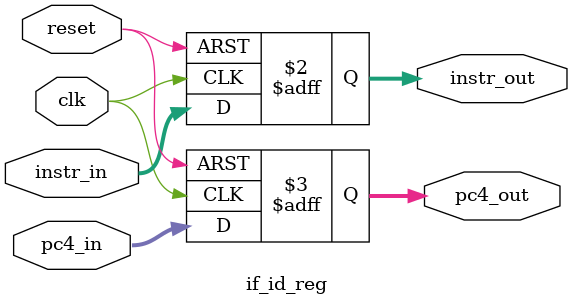
<source format=v>
module if_id_reg (
    input  wire        clk,
    input  wire        reset,
    input  wire [31:0] instr_in,
    input  wire [31:0] pc4_in,
    output reg  [31:0] instr_out,
    output reg  [31:0] pc4_out
);

    always @(posedge clk or posedge reset) begin
        if (reset) begin
            instr_out <= 32'b0;
            pc4_out   <= 32'b0;
        end else begin
            instr_out <= instr_in;
            pc4_out   <= pc4_in;
        end
    end

endmodule

</source>
